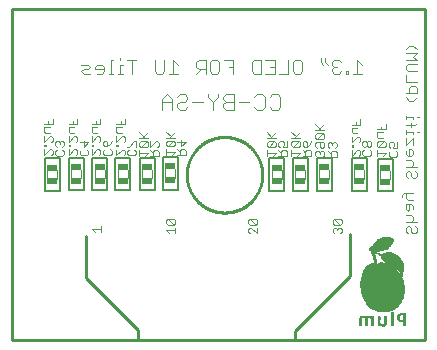
<source format=gbo>
G04 EAGLE Gerber RS-274X export*
G75*
%MOMM*%
%FSLAX34Y34*%
%LPD*%
%INSilkscreen Bottom*%
%IPPOS*%
%AMOC8*
5,1,8,0,0,1.08239X$1,22.5*%
G01*
%ADD10C,0.101600*%
%ADD11C,0.254000*%
%ADD12C,0.076200*%
%ADD13C,0.127000*%
%ADD14R,0.950000X0.500100*%
%ADD15C,0.254000*%

G36*
X317515Y23577D02*
X317515Y23577D01*
X317531Y23580D01*
X317547Y23578D01*
X317708Y23618D01*
X318141Y23806D01*
X318618Y23900D01*
X319157Y23972D01*
X319184Y23981D01*
X319221Y23985D01*
X321361Y24561D01*
X321379Y24570D01*
X321406Y24575D01*
X322436Y24960D01*
X322438Y24962D01*
X322442Y24963D01*
X322949Y25160D01*
X322972Y25175D01*
X323005Y25186D01*
X323959Y25700D01*
X323975Y25714D01*
X323999Y25725D01*
X324466Y26036D01*
X324478Y26048D01*
X324497Y26059D01*
X324938Y26404D01*
X324950Y26418D01*
X324970Y26431D01*
X325374Y26806D01*
X325795Y27160D01*
X325809Y27176D01*
X325831Y27192D01*
X326225Y27595D01*
X326230Y27603D01*
X326239Y27609D01*
X327375Y28863D01*
X327383Y28876D01*
X327397Y28889D01*
X328445Y30217D01*
X328450Y30228D01*
X328461Y30238D01*
X329439Y31619D01*
X329444Y31631D01*
X329455Y31643D01*
X330050Y32597D01*
X330054Y32608D01*
X330064Y32620D01*
X330609Y33605D01*
X330612Y33615D01*
X330619Y33625D01*
X331117Y34632D01*
X331119Y34640D01*
X331125Y34649D01*
X331355Y35161D01*
X331358Y35177D01*
X331369Y35196D01*
X331560Y35726D01*
X331561Y35731D01*
X331564Y35736D01*
X331743Y36270D01*
X331745Y36281D01*
X331751Y36293D01*
X332056Y37367D01*
X332058Y37402D01*
X332071Y37448D01*
X332131Y37980D01*
X332246Y38495D01*
X332246Y38506D01*
X332250Y38517D01*
X332444Y39628D01*
X332443Y39645D01*
X332449Y39665D01*
X332558Y40788D01*
X332558Y40796D01*
X332560Y40805D01*
X332595Y41368D01*
X332594Y41378D01*
X332596Y41390D01*
X332618Y42518D01*
X332616Y42525D01*
X332618Y42533D01*
X332604Y43662D01*
X332603Y43665D01*
X332604Y43669D01*
X332580Y44556D01*
X332574Y44797D01*
X332572Y44805D01*
X332573Y44815D01*
X332538Y45378D01*
X332532Y45400D01*
X332532Y45430D01*
X332442Y45959D01*
X332408Y46495D01*
X332399Y46527D01*
X332397Y46572D01*
X332281Y47088D01*
X332229Y47617D01*
X332220Y47647D01*
X332216Y47688D01*
X331957Y48741D01*
X331874Y49272D01*
X331864Y49299D01*
X331859Y49336D01*
X331546Y50405D01*
X331542Y50413D01*
X331541Y50423D01*
X331011Y52004D01*
X331003Y52017D01*
X330999Y52036D01*
X330476Y53300D01*
X330614Y53447D01*
X330638Y53485D01*
X330685Y53543D01*
X330960Y54027D01*
X330973Y54067D01*
X331003Y54128D01*
X331166Y54662D01*
X331169Y54699D01*
X331188Y54810D01*
X331185Y55373D01*
X331180Y55397D01*
X331181Y55429D01*
X331125Y55910D01*
X331212Y56356D01*
X331371Y56869D01*
X331375Y56912D01*
X331392Y56981D01*
X331418Y57361D01*
X331636Y57592D01*
X331655Y57622D01*
X331682Y57647D01*
X331718Y57722D01*
X331741Y57760D01*
X331744Y57778D01*
X331753Y57797D01*
X331904Y58327D01*
X331906Y58356D01*
X331918Y58394D01*
X331982Y58851D01*
X332016Y58867D01*
X332017Y58868D01*
X332083Y58941D01*
X332149Y59014D01*
X332149Y59015D01*
X332150Y59016D01*
X332152Y59022D01*
X332209Y59170D01*
X332317Y59707D01*
X332317Y59714D01*
X332320Y59720D01*
X332321Y59887D01*
X332229Y60443D01*
X332223Y60460D01*
X332222Y60481D01*
X332108Y60945D01*
X332144Y61317D01*
X332347Y61709D01*
X332368Y61785D01*
X332396Y61858D01*
X332395Y61882D01*
X332401Y61900D01*
X332395Y61945D01*
X332394Y62025D01*
X332297Y62579D01*
X332288Y62600D01*
X332285Y62628D01*
X332002Y63622D01*
X332048Y64056D01*
X332044Y64090D01*
X332050Y64124D01*
X332033Y64210D01*
X332029Y64254D01*
X332021Y64268D01*
X332017Y64287D01*
X331822Y64794D01*
X331802Y64827D01*
X331800Y64832D01*
X331796Y64846D01*
X331790Y64854D01*
X331780Y64879D01*
X331203Y65803D01*
X331049Y66168D01*
X331088Y66603D01*
X331085Y66630D01*
X331088Y66650D01*
X331078Y66692D01*
X331078Y66693D01*
X331072Y66783D01*
X331067Y66793D01*
X331066Y66801D01*
X331047Y66835D01*
X331000Y66934D01*
X330680Y67394D01*
X330663Y67410D01*
X330648Y67435D01*
X329946Y68248D01*
X329732Y68646D01*
X329552Y69130D01*
X329541Y69147D01*
X329537Y69166D01*
X329458Y69281D01*
X329447Y69299D01*
X329445Y69301D01*
X329443Y69304D01*
X329051Y69709D01*
X329037Y69718D01*
X329025Y69734D01*
X328605Y70111D01*
X328581Y70125D01*
X328554Y70151D01*
X328111Y70456D01*
X327709Y70791D01*
X327385Y71102D01*
X327197Y71522D01*
X327169Y71561D01*
X327150Y71605D01*
X327106Y71650D01*
X327082Y71684D01*
X327058Y71698D01*
X327033Y71724D01*
X326593Y72041D01*
X326555Y72058D01*
X326501Y72093D01*
X325984Y72320D01*
X325958Y72325D01*
X325927Y72341D01*
X325415Y72494D01*
X324920Y72703D01*
X324908Y72705D01*
X324894Y72713D01*
X324502Y72854D01*
X324259Y73160D01*
X324247Y73170D01*
X324236Y73187D01*
X323863Y73593D01*
X323843Y73608D01*
X323828Y73628D01*
X323733Y73687D01*
X323702Y73710D01*
X323695Y73711D01*
X323687Y73716D01*
X323177Y73928D01*
X323140Y73935D01*
X323089Y73955D01*
X322536Y74072D01*
X322519Y74072D01*
X322499Y74078D01*
X321379Y74226D01*
X321362Y74225D01*
X321340Y74230D01*
X320212Y74289D01*
X320203Y74287D01*
X320192Y74289D01*
X319062Y74303D01*
X319054Y74302D01*
X319044Y74303D01*
X318479Y74289D01*
X318466Y74286D01*
X318449Y74288D01*
X317992Y74249D01*
X317573Y74394D01*
X317530Y74400D01*
X317490Y74415D01*
X317419Y74415D01*
X317376Y74421D01*
X317354Y74415D01*
X317323Y74414D01*
X316770Y74318D01*
X316732Y74303D01*
X316672Y74290D01*
X316174Y74092D01*
X315664Y73945D01*
X315646Y73935D01*
X315620Y73929D01*
X315101Y73725D01*
X315087Y73716D01*
X315067Y73710D01*
X314572Y73471D01*
X313658Y73084D01*
X313553Y73039D01*
X313544Y73033D01*
X313532Y73030D01*
X313203Y72872D01*
X312333Y73116D01*
X311852Y73273D01*
X311358Y73471D01*
X311344Y73474D01*
X311329Y73482D01*
X310938Y73612D01*
X310864Y73621D01*
X310851Y73624D01*
X310775Y73680D01*
X310398Y73870D01*
X310355Y73881D01*
X310286Y73910D01*
X309800Y74023D01*
X308867Y74454D01*
X308848Y74459D01*
X308826Y74471D01*
X307842Y74824D01*
X307386Y75061D01*
X307359Y75068D01*
X307326Y75087D01*
X306822Y75269D01*
X306785Y75275D01*
X306675Y75299D01*
X306644Y75300D01*
X306432Y75500D01*
X306861Y75290D01*
X306890Y75282D01*
X306925Y75264D01*
X307460Y75088D01*
X307471Y75086D01*
X307484Y75081D01*
X308028Y74931D01*
X308044Y74930D01*
X308064Y74923D01*
X308617Y74813D01*
X308641Y74814D01*
X308671Y74806D01*
X309234Y74758D01*
X309255Y74760D01*
X309282Y74756D01*
X309845Y74763D01*
X309876Y74770D01*
X309908Y74768D01*
X309997Y74796D01*
X310040Y74805D01*
X310051Y74813D01*
X310067Y74818D01*
X310474Y75027D01*
X312062Y75143D01*
X312123Y75160D01*
X312186Y75168D01*
X312223Y75188D01*
X312253Y75197D01*
X312283Y75221D01*
X312332Y75247D01*
X312605Y75460D01*
X313014Y75539D01*
X314673Y75667D01*
X314691Y75672D01*
X314709Y75671D01*
X314852Y75718D01*
X314865Y75722D01*
X314866Y75722D01*
X314867Y75723D01*
X315310Y75956D01*
X315774Y76096D01*
X316299Y76186D01*
X316341Y76202D01*
X316385Y76209D01*
X316444Y76242D01*
X316484Y76258D01*
X316502Y76275D01*
X316530Y76291D01*
X316865Y76563D01*
X317291Y76643D01*
X317296Y76645D01*
X317302Y76645D01*
X317457Y76705D01*
X318402Y77272D01*
X318434Y77302D01*
X318508Y77358D01*
X318855Y77726D01*
X319264Y78035D01*
X319267Y78039D01*
X319271Y78041D01*
X319383Y78164D01*
X319613Y78521D01*
X319991Y78774D01*
X320006Y78789D01*
X320029Y78802D01*
X320454Y79149D01*
X320479Y79179D01*
X320553Y79259D01*
X320818Y79655D01*
X321150Y79958D01*
X321156Y79967D01*
X321162Y79971D01*
X321173Y79987D01*
X321194Y80004D01*
X321241Y80083D01*
X321267Y80119D01*
X321271Y80132D01*
X321279Y80147D01*
X321414Y80495D01*
X321749Y80750D01*
X321766Y80769D01*
X321788Y80782D01*
X321855Y80870D01*
X321880Y80899D01*
X321883Y80907D01*
X321889Y80914D01*
X322136Y81383D01*
X322437Y81816D01*
X322474Y81902D01*
X322513Y81986D01*
X322513Y81994D01*
X322515Y81999D01*
X322516Y82033D01*
X322523Y82152D01*
X322489Y82485D01*
X322711Y82777D01*
X322717Y82789D01*
X322726Y82799D01*
X322795Y82950D01*
X322921Y83421D01*
X323151Y83823D01*
X323453Y84274D01*
X323469Y84314D01*
X323505Y84375D01*
X323700Y84890D01*
X323710Y84956D01*
X323730Y85021D01*
X323726Y85054D01*
X323731Y85086D01*
X323715Y85152D01*
X323708Y85219D01*
X323691Y85252D01*
X323684Y85279D01*
X323660Y85312D01*
X323631Y85367D01*
X323319Y85782D01*
X323256Y85837D01*
X323197Y85897D01*
X323181Y85904D01*
X323170Y85913D01*
X323128Y85928D01*
X323045Y85965D01*
X322592Y86082D01*
X322234Y86316D01*
X322224Y86320D01*
X322216Y86327D01*
X322061Y86388D01*
X321563Y86490D01*
X321518Y86490D01*
X321440Y86500D01*
X321175Y86488D01*
X321049Y86692D01*
X321045Y86697D01*
X321042Y86704D01*
X320978Y86769D01*
X320914Y86837D01*
X320907Y86840D01*
X320902Y86845D01*
X320817Y86880D01*
X320732Y86918D01*
X320725Y86918D01*
X320718Y86921D01*
X320552Y86924D01*
X320104Y86859D01*
X319733Y86952D01*
X319344Y87135D01*
X319310Y87143D01*
X319280Y87159D01*
X319194Y87171D01*
X319151Y87182D01*
X319135Y87179D01*
X319115Y87182D01*
X318746Y87170D01*
X318505Y87372D01*
X318428Y87414D01*
X318353Y87459D01*
X318340Y87462D01*
X318330Y87467D01*
X318288Y87471D01*
X318189Y87489D01*
X317625Y87494D01*
X317613Y87492D01*
X317598Y87494D01*
X317034Y87469D01*
X317012Y87464D01*
X316982Y87464D01*
X316509Y87393D01*
X316046Y87481D01*
X316024Y87480D01*
X315996Y87487D01*
X315447Y87533D01*
X315403Y87528D01*
X315318Y87527D01*
X314764Y87428D01*
X314725Y87412D01*
X314663Y87398D01*
X314177Y87199D01*
X313725Y87069D01*
X313247Y87024D01*
X313215Y87015D01*
X313169Y87011D01*
X312638Y86874D01*
X312598Y86855D01*
X312513Y86824D01*
X312099Y86585D01*
X311633Y86468D01*
X311583Y86444D01*
X311530Y86430D01*
X311488Y86398D01*
X311454Y86382D01*
X311432Y86358D01*
X311396Y86331D01*
X311090Y86016D01*
X310691Y85884D01*
X310654Y85862D01*
X310590Y85837D01*
X310154Y85575D01*
X309680Y85411D01*
X309626Y85378D01*
X309567Y85354D01*
X309536Y85325D01*
X309509Y85309D01*
X309486Y85278D01*
X309446Y85240D01*
X309109Y84794D01*
X309105Y84786D01*
X309098Y84779D01*
X308477Y83891D01*
X308185Y83578D01*
X307768Y83383D01*
X307751Y83371D01*
X307731Y83364D01*
X307630Y83281D01*
X307608Y83265D01*
X307606Y83262D01*
X307603Y83259D01*
X307234Y82835D01*
X307224Y82817D01*
X307205Y82799D01*
X306598Y81955D01*
X306227Y81704D01*
X306201Y81678D01*
X306170Y81659D01*
X306119Y81594D01*
X306088Y81562D01*
X306081Y81545D01*
X306068Y81528D01*
X305800Y81033D01*
X305792Y81008D01*
X305785Y80997D01*
X305785Y80995D01*
X305774Y80978D01*
X305360Y79928D01*
X305356Y79901D01*
X305342Y79869D01*
X305139Y79083D01*
X304786Y79256D01*
X304743Y79267D01*
X304667Y79297D01*
X304130Y79407D01*
X304095Y79407D01*
X304061Y79416D01*
X303996Y79407D01*
X303931Y79407D01*
X303898Y79393D01*
X303864Y79388D01*
X303789Y79347D01*
X303748Y79330D01*
X303736Y79318D01*
X303718Y79308D01*
X303286Y78963D01*
X303277Y78953D01*
X303266Y78946D01*
X303162Y78817D01*
X302886Y78325D01*
X302876Y78295D01*
X302855Y78258D01*
X302655Y77730D01*
X302650Y77701D01*
X302635Y77664D01*
X302510Y77113D01*
X302510Y77079D01*
X302499Y77033D01*
X302465Y76470D01*
X302471Y76427D01*
X302476Y76332D01*
X302598Y75784D01*
X302610Y75758D01*
X302613Y75731D01*
X302650Y75668D01*
X302679Y75603D01*
X302700Y75583D01*
X302714Y75559D01*
X302795Y75495D01*
X302825Y75467D01*
X302834Y75464D01*
X302844Y75456D01*
X303299Y75205D01*
X303341Y75192D01*
X303427Y75156D01*
X303773Y75075D01*
X303906Y74875D01*
X303906Y74850D01*
X303899Y74810D01*
X303906Y74782D01*
X303906Y74743D01*
X303956Y74446D01*
X303970Y74408D01*
X303982Y74350D01*
X304183Y73824D01*
X304204Y73792D01*
X304223Y73743D01*
X304517Y73261D01*
X304526Y73251D01*
X304533Y73236D01*
X304827Y72812D01*
X305023Y72372D01*
X305316Y71320D01*
X305319Y71316D01*
X305319Y71310D01*
X305642Y70243D01*
X305899Y69159D01*
X305904Y69148D01*
X305906Y69134D01*
X306058Y68614D01*
X306164Y68082D01*
X306168Y68071D01*
X306169Y68058D01*
X306440Y66975D01*
X306790Y65235D01*
X306545Y65278D01*
X306517Y65277D01*
X306479Y65285D01*
X305915Y65308D01*
X305899Y65305D01*
X305879Y65308D01*
X305315Y65291D01*
X305295Y65286D01*
X305270Y65287D01*
X304710Y65219D01*
X304696Y65214D01*
X304678Y65214D01*
X304124Y65110D01*
X304101Y65101D01*
X304070Y65097D01*
X303007Y64773D01*
X302997Y64767D01*
X302983Y64765D01*
X302460Y64576D01*
X302432Y64559D01*
X302389Y64544D01*
X301403Y64003D01*
X301387Y63990D01*
X301363Y63979D01*
X300900Y63666D01*
X300882Y63648D01*
X300854Y63631D01*
X300426Y63262D01*
X300419Y63252D01*
X300407Y63244D01*
X299999Y62853D01*
X299994Y62844D01*
X299984Y62837D01*
X299594Y62428D01*
X299587Y62416D01*
X299574Y62406D01*
X299210Y61974D01*
X299201Y61959D01*
X299185Y61943D01*
X298858Y61484D01*
X298851Y61469D01*
X298837Y61453D01*
X298251Y60487D01*
X298245Y60472D01*
X298233Y60455D01*
X297720Y59449D01*
X297705Y59393D01*
X297677Y59352D01*
X297572Y59123D01*
X297567Y59100D01*
X297552Y59072D01*
X297384Y58565D01*
X297164Y58076D01*
X297161Y58060D01*
X297151Y58042D01*
X296959Y57516D01*
X296957Y57508D01*
X296952Y57498D01*
X296444Y55913D01*
X296443Y55905D01*
X296439Y55896D01*
X296137Y54829D01*
X296136Y54823D01*
X296133Y54816D01*
X295996Y54278D01*
X295996Y54266D01*
X295990Y54253D01*
X295885Y53723D01*
X295586Y52664D01*
X295585Y52647D01*
X295577Y52627D01*
X295246Y50983D01*
X295246Y50968D01*
X295240Y50950D01*
X295093Y49839D01*
X295094Y49823D01*
X295089Y49804D01*
X295056Y49274D01*
X294955Y48761D01*
X294956Y48729D01*
X294946Y48686D01*
X294922Y48123D01*
X294923Y48116D01*
X294922Y48107D01*
X294909Y46979D01*
X294910Y46970D01*
X294909Y46960D01*
X294952Y45329D01*
X294957Y45307D01*
X294956Y45279D01*
X295239Y43075D01*
X295246Y43054D01*
X295248Y43026D01*
X295367Y42511D01*
X295424Y41981D01*
X295434Y41949D01*
X295439Y41901D01*
X295728Y40860D01*
X295795Y40349D01*
X295807Y40315D01*
X295814Y40266D01*
X296307Y38687D01*
X296314Y38674D01*
X296318Y38656D01*
X296718Y37621D01*
X296721Y37616D01*
X296723Y37609D01*
X297157Y36574D01*
X297165Y36561D01*
X297171Y36543D01*
X297408Y36070D01*
X297615Y35574D01*
X297621Y35565D01*
X297625Y35552D01*
X297867Y35043D01*
X297869Y35040D01*
X297871Y35035D01*
X298372Y34026D01*
X298375Y34022D01*
X298376Y34017D01*
X299421Y32017D01*
X299426Y32010D01*
X299430Y32000D01*
X299981Y31037D01*
X299988Y31029D01*
X299993Y31016D01*
X300598Y30068D01*
X300612Y30053D01*
X300625Y30029D01*
X301318Y29139D01*
X301330Y29129D01*
X301341Y29112D01*
X301710Y28703D01*
X302049Y28287D01*
X302079Y28262D01*
X302116Y28219D01*
X302538Y27867D01*
X303352Y27108D01*
X303383Y27088D01*
X303422Y27053D01*
X304368Y26443D01*
X304376Y26440D01*
X304384Y26433D01*
X304869Y26145D01*
X304891Y26138D01*
X304914Y26121D01*
X305423Y25886D01*
X305434Y25883D01*
X305445Y25876D01*
X305924Y25682D01*
X306410Y25439D01*
X306424Y25435D01*
X306439Y25426D01*
X306943Y25213D01*
X306950Y25212D01*
X306957Y25208D01*
X308529Y24597D01*
X308538Y24596D01*
X308548Y24591D01*
X309081Y24407D01*
X309095Y24405D01*
X309111Y24398D01*
X310199Y24099D01*
X310212Y24098D01*
X310228Y24092D01*
X311327Y23860D01*
X311348Y23859D01*
X311374Y23852D01*
X311932Y23789D01*
X311959Y23792D01*
X311995Y23786D01*
X312559Y23793D01*
X312564Y23795D01*
X312570Y23794D01*
X314261Y23853D01*
X314271Y23855D01*
X314284Y23854D01*
X314829Y23899D01*
X315337Y23905D01*
X315859Y23835D01*
X315877Y23836D01*
X315900Y23831D01*
X316357Y23807D01*
X316722Y23624D01*
X316757Y23615D01*
X316787Y23597D01*
X316871Y23584D01*
X316914Y23572D01*
X316931Y23574D01*
X316952Y23571D01*
X317515Y23577D01*
G37*
G36*
X295753Y11728D02*
X295753Y11728D01*
X295795Y11727D01*
X295849Y11748D01*
X295906Y11760D01*
X295941Y11784D01*
X295980Y11799D01*
X296022Y11839D01*
X296070Y11872D01*
X296093Y11908D01*
X296123Y11937D01*
X296154Y12003D01*
X296177Y12040D01*
X296181Y12062D01*
X296193Y12088D01*
X296314Y12532D01*
X296317Y12577D01*
X296332Y12660D01*
X296360Y17177D01*
X296374Y17722D01*
X296412Y18177D01*
X296561Y18482D01*
X296821Y18667D01*
X297195Y18731D01*
X297645Y18686D01*
X298119Y18551D01*
X298600Y18356D01*
X298989Y18163D01*
X299114Y18003D01*
X299114Y12525D01*
X299133Y12434D01*
X299148Y12344D01*
X299153Y12337D01*
X299154Y12330D01*
X299175Y12300D01*
X299233Y12201D01*
X299493Y11896D01*
X299519Y11876D01*
X299538Y11849D01*
X299596Y11815D01*
X299650Y11773D01*
X299681Y11764D01*
X299709Y11748D01*
X299799Y11733D01*
X299842Y11721D01*
X299856Y11723D01*
X299873Y11720D01*
X300439Y11720D01*
X300446Y11721D01*
X300453Y11720D01*
X300616Y11753D01*
X301025Y11908D01*
X301041Y11918D01*
X301058Y11922D01*
X301124Y11970D01*
X301194Y12014D01*
X301204Y12029D01*
X301218Y12039D01*
X301260Y12110D01*
X301307Y12178D01*
X301311Y12195D01*
X301320Y12210D01*
X301345Y12362D01*
X301348Y12372D01*
X301347Y12373D01*
X301348Y12374D01*
X301350Y16889D01*
X301383Y17955D01*
X301483Y18342D01*
X301683Y18594D01*
X301989Y18718D01*
X302395Y18716D01*
X302852Y18604D01*
X303322Y18417D01*
X303785Y18178D01*
X304085Y17993D01*
X304163Y17722D01*
X304169Y16099D01*
X304134Y12713D01*
X304136Y12707D01*
X304135Y12702D01*
X304141Y12677D01*
X304140Y12634D01*
X304213Y12146D01*
X304237Y12079D01*
X304253Y12009D01*
X304271Y11986D01*
X304280Y11959D01*
X304329Y11907D01*
X304371Y11849D01*
X304396Y11834D01*
X304416Y11813D01*
X304481Y11784D01*
X304542Y11748D01*
X304574Y11742D01*
X304597Y11732D01*
X304640Y11731D01*
X304706Y11720D01*
X305837Y11720D01*
X305933Y11740D01*
X306028Y11758D01*
X306030Y11759D01*
X306032Y11760D01*
X306113Y11815D01*
X306193Y11869D01*
X306194Y11871D01*
X306196Y11872D01*
X306249Y11956D01*
X306301Y12036D01*
X306302Y12038D01*
X306303Y12040D01*
X306305Y12055D01*
X306336Y12199D01*
X306358Y12742D01*
X306356Y12751D01*
X306358Y12762D01*
X306364Y20104D01*
X306347Y20185D01*
X306336Y20267D01*
X306328Y20282D01*
X306324Y20299D01*
X306277Y20367D01*
X306235Y20438D01*
X306222Y20448D01*
X306212Y20463D01*
X306142Y20507D01*
X306076Y20557D01*
X306057Y20562D01*
X306044Y20570D01*
X306000Y20577D01*
X305915Y20601D01*
X305403Y20653D01*
X305380Y20651D01*
X305352Y20656D01*
X304787Y20656D01*
X304770Y20653D01*
X304753Y20655D01*
X304673Y20633D01*
X304592Y20616D01*
X304578Y20607D01*
X304561Y20602D01*
X304496Y20551D01*
X304428Y20504D01*
X304419Y20490D01*
X304405Y20479D01*
X304322Y20339D01*
X304321Y20336D01*
X304229Y20097D01*
X303744Y20342D01*
X303731Y20346D01*
X303715Y20356D01*
X303196Y20578D01*
X303175Y20582D01*
X303150Y20595D01*
X302612Y20765D01*
X302567Y20770D01*
X302485Y20788D01*
X301541Y20834D01*
X301498Y20827D01*
X301405Y20821D01*
X300855Y20695D01*
X300817Y20677D01*
X300812Y20675D01*
X300771Y20667D01*
X300752Y20653D01*
X300722Y20643D01*
X300231Y20365D01*
X300197Y20336D01*
X300129Y20288D01*
X299786Y19954D01*
X299691Y19910D01*
X298911Y20318D01*
X298891Y20324D01*
X298868Y20338D01*
X298346Y20552D01*
X298327Y20555D01*
X298305Y20566D01*
X297765Y20734D01*
X297734Y20737D01*
X297694Y20751D01*
X297136Y20838D01*
X297099Y20836D01*
X297044Y20844D01*
X296481Y20826D01*
X296440Y20817D01*
X296376Y20812D01*
X295829Y20676D01*
X295788Y20657D01*
X295713Y20631D01*
X295216Y20364D01*
X295184Y20337D01*
X295101Y20279D01*
X294701Y19883D01*
X294677Y19847D01*
X294616Y19770D01*
X294343Y19278D01*
X294332Y19243D01*
X294290Y19136D01*
X294178Y18585D01*
X294178Y18548D01*
X294168Y18494D01*
X294137Y16799D01*
X294138Y16796D01*
X294137Y16791D01*
X294131Y12270D01*
X294148Y12187D01*
X294160Y12103D01*
X294168Y12090D01*
X294171Y12075D01*
X294218Y12005D01*
X294262Y11933D01*
X294274Y11923D01*
X294283Y11911D01*
X294354Y11865D01*
X294422Y11815D01*
X294439Y11811D01*
X294450Y11803D01*
X294494Y11796D01*
X294583Y11772D01*
X295098Y11722D01*
X295119Y11725D01*
X295146Y11720D01*
X295711Y11720D01*
X295753Y11728D01*
G37*
G36*
X332638Y11723D02*
X332638Y11723D01*
X332653Y11721D01*
X332815Y11758D01*
X333214Y11924D01*
X333223Y11930D01*
X333233Y11932D01*
X333305Y11986D01*
X333379Y12036D01*
X333385Y12044D01*
X333393Y12051D01*
X333439Y12128D01*
X333487Y12202D01*
X333489Y12213D01*
X333494Y12222D01*
X333522Y12386D01*
X333516Y18033D01*
X333516Y18036D01*
X333516Y18039D01*
X333487Y18203D01*
X333397Y18451D01*
X333424Y18489D01*
X333453Y18554D01*
X333489Y18615D01*
X333494Y18647D01*
X333505Y18671D01*
X333505Y18713D01*
X333516Y18779D01*
X333516Y22742D01*
X333514Y22756D01*
X333516Y22770D01*
X333494Y22853D01*
X333477Y22937D01*
X333469Y22949D01*
X333465Y22963D01*
X333413Y23030D01*
X333364Y23101D01*
X333352Y23109D01*
X333343Y23120D01*
X333269Y23162D01*
X333197Y23208D01*
X333183Y23210D01*
X333170Y23217D01*
X333005Y23241D01*
X330742Y23187D01*
X330733Y23185D01*
X330722Y23186D01*
X330157Y23150D01*
X330146Y23147D01*
X330132Y23148D01*
X329570Y23084D01*
X329550Y23078D01*
X329523Y23077D01*
X328969Y22960D01*
X328946Y22949D01*
X328913Y22944D01*
X328376Y22763D01*
X328355Y22750D01*
X328323Y22741D01*
X327812Y22500D01*
X327784Y22479D01*
X327741Y22459D01*
X327276Y22138D01*
X327251Y22111D01*
X327209Y22082D01*
X326807Y21684D01*
X326785Y21651D01*
X326744Y21608D01*
X326428Y21140D01*
X326413Y21104D01*
X326383Y21056D01*
X326162Y20535D01*
X326155Y20500D01*
X326135Y20455D01*
X326006Y19904D01*
X326005Y19870D01*
X325994Y19824D01*
X325955Y19260D01*
X325958Y19234D01*
X325954Y19201D01*
X325982Y18636D01*
X326000Y18567D01*
X326009Y18497D01*
X326021Y18477D01*
X326020Y18472D01*
X326022Y18449D01*
X326019Y18431D01*
X326030Y18388D01*
X326040Y18306D01*
X326200Y17766D01*
X326217Y17732D01*
X326234Y17680D01*
X326491Y17177D01*
X326511Y17152D01*
X326531Y17112D01*
X326862Y16654D01*
X326888Y16631D01*
X326915Y16592D01*
X327317Y16195D01*
X327347Y16176D01*
X327383Y16140D01*
X327847Y15818D01*
X327877Y15805D01*
X327914Y15779D01*
X328421Y15532D01*
X328449Y15525D01*
X328482Y15508D01*
X329018Y15329D01*
X329041Y15326D01*
X329069Y15315D01*
X329621Y15194D01*
X329638Y15194D01*
X329659Y15187D01*
X330219Y15110D01*
X330234Y15111D01*
X330253Y15106D01*
X331209Y15040D01*
X331213Y15036D01*
X331206Y12433D01*
X331221Y12361D01*
X331227Y12288D01*
X331240Y12264D01*
X331245Y12238D01*
X331287Y12178D01*
X331321Y12113D01*
X331344Y12093D01*
X331357Y12074D01*
X331394Y12051D01*
X331448Y12004D01*
X331800Y11792D01*
X331849Y11774D01*
X331894Y11748D01*
X331951Y11738D01*
X331988Y11725D01*
X332018Y11727D01*
X332058Y11720D01*
X332623Y11720D01*
X332638Y11723D01*
G37*
G36*
X314888Y11526D02*
X314888Y11526D01*
X314929Y11535D01*
X314992Y11538D01*
X315543Y11659D01*
X315584Y11677D01*
X315662Y11702D01*
X316164Y11957D01*
X316199Y11985D01*
X316272Y12032D01*
X316690Y12411D01*
X316715Y12444D01*
X316781Y12521D01*
X317074Y13002D01*
X317089Y13042D01*
X317131Y13134D01*
X317274Y13678D01*
X317276Y13717D01*
X317289Y13771D01*
X317329Y14335D01*
X317327Y14346D01*
X317330Y14360D01*
X317349Y15491D01*
X317349Y15494D01*
X317349Y15499D01*
X317355Y20020D01*
X317355Y20021D01*
X317355Y20157D01*
X317353Y20165D01*
X317355Y20173D01*
X317334Y20262D01*
X317315Y20352D01*
X317310Y20359D01*
X317309Y20367D01*
X317255Y20440D01*
X317203Y20516D01*
X317196Y20520D01*
X317191Y20527D01*
X317112Y20573D01*
X317035Y20623D01*
X317027Y20624D01*
X317020Y20628D01*
X316856Y20656D01*
X315725Y20656D01*
X315681Y20647D01*
X315636Y20648D01*
X315585Y20627D01*
X315530Y20616D01*
X315493Y20591D01*
X315451Y20574D01*
X315412Y20535D01*
X315366Y20504D01*
X315342Y20466D01*
X315310Y20434D01*
X315282Y20372D01*
X315259Y20336D01*
X315255Y20312D01*
X315242Y20282D01*
X315127Y19838D01*
X315124Y19794D01*
X315111Y19703D01*
X315143Y18014D01*
X315138Y16331D01*
X315087Y14663D01*
X315034Y14188D01*
X314904Y13856D01*
X314673Y13676D01*
X314308Y13615D01*
X313859Y13658D01*
X313385Y13794D01*
X312900Y13990D01*
X312420Y14219D01*
X312110Y14397D01*
X312036Y14609D01*
X312074Y19044D01*
X312073Y19049D01*
X312074Y19055D01*
X312058Y20164D01*
X312057Y20169D01*
X312058Y20173D01*
X312036Y20266D01*
X312016Y20358D01*
X312013Y20362D01*
X312012Y20367D01*
X311956Y20443D01*
X311901Y20521D01*
X311897Y20523D01*
X311894Y20527D01*
X311812Y20575D01*
X311732Y20625D01*
X311727Y20626D01*
X311723Y20628D01*
X311559Y20656D01*
X310428Y20656D01*
X310349Y20640D01*
X310268Y20630D01*
X310252Y20620D01*
X310234Y20616D01*
X310167Y20571D01*
X310096Y20530D01*
X310085Y20515D01*
X310070Y20504D01*
X310026Y20436D01*
X309977Y20371D01*
X309972Y20350D01*
X309963Y20336D01*
X309955Y20292D01*
X309932Y20210D01*
X309877Y19700D01*
X309879Y19677D01*
X309874Y19647D01*
X309874Y12299D01*
X309888Y12233D01*
X309892Y12166D01*
X309907Y12137D01*
X309914Y12104D01*
X309952Y12049D01*
X309982Y11989D01*
X310008Y11968D01*
X310026Y11941D01*
X310083Y11904D01*
X310135Y11861D01*
X310170Y11849D01*
X310194Y11834D01*
X310234Y11827D01*
X310292Y11807D01*
X310777Y11727D01*
X310812Y11728D01*
X310858Y11720D01*
X311424Y11720D01*
X311460Y11727D01*
X311496Y11725D01*
X311556Y11747D01*
X311619Y11760D01*
X311649Y11780D01*
X311683Y11793D01*
X311730Y11836D01*
X311782Y11872D01*
X311802Y11903D01*
X311829Y11928D01*
X311865Y12002D01*
X311889Y12040D01*
X311892Y12057D01*
X311902Y12077D01*
X311969Y12303D01*
X311973Y12301D01*
X312478Y12048D01*
X312494Y12043D01*
X312511Y12032D01*
X313034Y11817D01*
X313053Y11814D01*
X313075Y11802D01*
X313615Y11634D01*
X313645Y11631D01*
X313685Y11618D01*
X314242Y11529D01*
X314277Y11530D01*
X314324Y11523D01*
X314888Y11526D01*
G37*
%LPC*%
G36*
X309362Y64846D02*
X309362Y64846D01*
X309331Y64993D01*
X308979Y67203D01*
X308966Y67239D01*
X308956Y67292D01*
X308784Y67778D01*
X308681Y68296D01*
X308669Y68325D01*
X308661Y68366D01*
X308482Y68869D01*
X308226Y69889D01*
X308127Y70422D01*
X308122Y70434D01*
X308121Y70449D01*
X307990Y70992D01*
X307984Y71005D01*
X307982Y71022D01*
X307486Y72633D01*
X307479Y72645D01*
X307475Y72663D01*
X307139Y73548D01*
X308284Y73151D01*
X308572Y73051D01*
X309574Y72599D01*
X309595Y72595D01*
X309620Y72582D01*
X310026Y72444D01*
X310103Y72434D01*
X310122Y72430D01*
X310206Y72372D01*
X310589Y72191D01*
X310599Y72189D01*
X310611Y72182D01*
X311111Y71976D01*
X312030Y71517D01*
X312312Y71230D01*
X312512Y70836D01*
X312666Y70338D01*
X312677Y70319D01*
X312683Y70292D01*
X312902Y69772D01*
X312908Y69763D01*
X312911Y69752D01*
X313395Y68731D01*
X313407Y68714D01*
X313417Y68689D01*
X313994Y67720D01*
X314006Y67707D01*
X314016Y67687D01*
X314342Y67226D01*
X314349Y67219D01*
X314355Y67208D01*
X314702Y66762D01*
X314713Y66753D01*
X314722Y66739D01*
X315469Y65891D01*
X315477Y65885D01*
X315484Y65875D01*
X315876Y65468D01*
X315886Y65462D01*
X315895Y65450D01*
X315989Y65362D01*
X315009Y65599D01*
X315005Y65599D01*
X315001Y65601D01*
X314450Y65723D01*
X314436Y65724D01*
X314418Y65730D01*
X313860Y65816D01*
X313846Y65816D01*
X313829Y65820D01*
X313267Y65872D01*
X313255Y65871D01*
X313241Y65873D01*
X312676Y65896D01*
X312661Y65893D01*
X312641Y65896D01*
X312077Y65879D01*
X312038Y65869D01*
X311978Y65866D01*
X311431Y65737D01*
X311404Y65725D01*
X311366Y65717D01*
X310847Y65518D01*
X310827Y65505D01*
X310798Y65496D01*
X309822Y64996D01*
X309408Y64845D01*
X309362Y64846D01*
G37*
%LPD*%
G36*
X322342Y11733D02*
X322342Y11733D01*
X322406Y11737D01*
X322443Y11754D01*
X322473Y11760D01*
X322506Y11782D01*
X322558Y11806D01*
X322895Y12033D01*
X322937Y12076D01*
X322986Y12112D01*
X323006Y12146D01*
X323035Y12175D01*
X323057Y12231D01*
X323087Y12283D01*
X323095Y12329D01*
X323107Y12360D01*
X323107Y12396D01*
X323115Y12447D01*
X323115Y23751D01*
X323113Y23759D01*
X323115Y23767D01*
X323094Y23856D01*
X323075Y23946D01*
X323071Y23953D01*
X323069Y23961D01*
X323015Y24034D01*
X322963Y24110D01*
X322956Y24114D01*
X322951Y24121D01*
X322873Y24167D01*
X322795Y24217D01*
X322787Y24218D01*
X322780Y24222D01*
X322616Y24250D01*
X321441Y24250D01*
X321351Y24232D01*
X321260Y24216D01*
X321254Y24212D01*
X321247Y24210D01*
X321170Y24158D01*
X321093Y24108D01*
X321089Y24102D01*
X321083Y24098D01*
X321033Y24020D01*
X320981Y23943D01*
X320979Y23936D01*
X320976Y23930D01*
X320970Y23895D01*
X320943Y23781D01*
X320910Y23249D01*
X320912Y23235D01*
X320909Y23218D01*
X320909Y12480D01*
X320916Y12449D01*
X320913Y12416D01*
X320935Y12352D01*
X320949Y12285D01*
X320967Y12259D01*
X320977Y12228D01*
X321036Y12158D01*
X321062Y12121D01*
X321073Y12114D01*
X321084Y12101D01*
X321389Y11840D01*
X321470Y11795D01*
X321549Y11748D01*
X321557Y11746D01*
X321562Y11743D01*
X321597Y11740D01*
X321713Y11720D01*
X322278Y11720D01*
X322342Y11733D01*
G37*
%LPC*%
G36*
X330833Y17049D02*
X330833Y17049D01*
X330309Y17115D01*
X329813Y17219D01*
X329369Y17385D01*
X328983Y17632D01*
X328660Y17952D01*
X328390Y18380D01*
X328363Y18409D01*
X328329Y18458D01*
X328326Y18462D01*
X328331Y18521D01*
X328342Y18561D01*
X328337Y18588D01*
X328341Y18624D01*
X328298Y19147D01*
X328337Y19611D01*
X328473Y20025D01*
X328715Y20386D01*
X329051Y20689D01*
X329448Y20922D01*
X329899Y21067D01*
X330395Y21151D01*
X331207Y21201D01*
X331242Y20240D01*
X331256Y18550D01*
X331266Y18501D01*
X331266Y18492D01*
X331256Y18434D01*
X331244Y17028D01*
X331236Y17024D01*
X330833Y17049D01*
G37*
%LPD*%
%LPC*%
G36*
X328732Y56412D02*
X328732Y56412D01*
X328729Y56415D01*
X328726Y56420D01*
X328403Y56882D01*
X328398Y56887D01*
X328394Y56894D01*
X327718Y57798D01*
X327704Y57811D01*
X327690Y57832D01*
X326938Y58673D01*
X326930Y58679D01*
X326923Y58690D01*
X326133Y59494D01*
X326120Y59502D01*
X326112Y59514D01*
X326039Y59558D01*
X326017Y59572D01*
X325790Y59832D01*
X325773Y59845D01*
X325757Y59866D01*
X325347Y60255D01*
X325335Y60262D01*
X325324Y60275D01*
X325224Y60359D01*
X325256Y60345D01*
X325708Y60095D01*
X326174Y59803D01*
X326185Y59799D01*
X326197Y59789D01*
X327164Y59252D01*
X327612Y58947D01*
X327647Y58933D01*
X327691Y58904D01*
X327887Y58817D01*
X327918Y58677D01*
X328551Y57126D01*
X328728Y56620D01*
X328829Y56267D01*
X328732Y56412D01*
G37*
%LPD*%
D10*
X296459Y233369D02*
X292561Y237267D01*
X292561Y225573D01*
X296459Y225573D02*
X288663Y225573D01*
X284765Y225573D02*
X284765Y227522D01*
X282816Y227522D01*
X282816Y225573D01*
X284765Y225573D01*
X278918Y235318D02*
X276969Y237267D01*
X273071Y237267D01*
X271122Y235318D01*
X271122Y233369D01*
X273071Y231420D01*
X275020Y231420D01*
X273071Y231420D02*
X271122Y229471D01*
X271122Y227522D01*
X273071Y225573D01*
X276969Y225573D01*
X278918Y227522D01*
X265275Y235318D02*
X265275Y239216D01*
X265275Y235318D02*
X267224Y233369D01*
X261377Y235318D02*
X261377Y239216D01*
X261377Y235318D02*
X263326Y233369D01*
X243836Y237267D02*
X239938Y237267D01*
X243836Y237267D02*
X245785Y235318D01*
X245785Y227522D01*
X243836Y225573D01*
X239938Y225573D01*
X237989Y227522D01*
X237989Y235318D01*
X239938Y237267D01*
X234091Y237267D02*
X234091Y225573D01*
X226295Y225573D01*
X222397Y237267D02*
X214601Y237267D01*
X222397Y237267D02*
X222397Y225573D01*
X214601Y225573D01*
X218499Y231420D02*
X222397Y231420D01*
X210703Y237267D02*
X210703Y225573D01*
X204856Y225573D01*
X202907Y227522D01*
X202907Y235318D01*
X204856Y237267D01*
X210703Y237267D01*
X187315Y237267D02*
X187315Y225573D01*
X187315Y237267D02*
X179519Y237267D01*
X183417Y231420D02*
X187315Y231420D01*
X173672Y237267D02*
X169774Y237267D01*
X173672Y237267D02*
X175621Y235318D01*
X175621Y227522D01*
X173672Y225573D01*
X169774Y225573D01*
X167825Y227522D01*
X167825Y235318D01*
X169774Y237267D01*
X163927Y237267D02*
X163927Y225573D01*
X163927Y237267D02*
X158080Y237267D01*
X156131Y235318D01*
X156131Y231420D01*
X158080Y229471D01*
X163927Y229471D01*
X160029Y229471D02*
X156131Y225573D01*
X140539Y233369D02*
X136641Y237267D01*
X136641Y225573D01*
X140539Y225573D02*
X132743Y225573D01*
X128845Y227522D02*
X128845Y237267D01*
X128845Y227522D02*
X126896Y225573D01*
X122998Y225573D01*
X121049Y227522D01*
X121049Y237267D01*
X101559Y237267D02*
X101559Y225573D01*
X105457Y237267D02*
X97661Y237267D01*
X93763Y233369D02*
X91814Y233369D01*
X91814Y225573D01*
X93763Y225573D02*
X89865Y225573D01*
X91814Y237267D02*
X91814Y239216D01*
X85967Y237267D02*
X84018Y237267D01*
X84018Y225573D01*
X85967Y225573D02*
X82069Y225573D01*
X76222Y225573D02*
X72324Y225573D01*
X76222Y225573D02*
X78171Y227522D01*
X78171Y231420D01*
X76222Y233369D01*
X72324Y233369D01*
X70375Y231420D01*
X70375Y229471D01*
X78171Y229471D01*
X66477Y225573D02*
X60630Y225573D01*
X58681Y227522D01*
X60630Y229471D01*
X64528Y229471D01*
X66477Y231420D01*
X64528Y233369D01*
X58681Y233369D01*
D11*
X148000Y140000D02*
X148010Y140785D01*
X148039Y141570D01*
X148087Y142354D01*
X148154Y143137D01*
X148241Y143917D01*
X148346Y144695D01*
X148471Y145471D01*
X148615Y146243D01*
X148778Y147011D01*
X148959Y147775D01*
X149159Y148535D01*
X149378Y149289D01*
X149615Y150038D01*
X149871Y150780D01*
X150144Y151517D01*
X150436Y152246D01*
X150745Y152968D01*
X151072Y153682D01*
X151417Y154388D01*
X151779Y155085D01*
X152157Y155773D01*
X152553Y156451D01*
X152965Y157120D01*
X153393Y157778D01*
X153837Y158426D01*
X154297Y159062D01*
X154773Y159687D01*
X155264Y160301D01*
X155769Y160902D01*
X156290Y161490D01*
X156824Y162065D01*
X157373Y162627D01*
X157935Y163176D01*
X158510Y163710D01*
X159098Y164231D01*
X159699Y164736D01*
X160313Y165227D01*
X160938Y165703D01*
X161574Y166163D01*
X162222Y166607D01*
X162880Y167035D01*
X163549Y167447D01*
X164227Y167843D01*
X164915Y168221D01*
X165612Y168583D01*
X166318Y168928D01*
X167032Y169255D01*
X167754Y169564D01*
X168483Y169856D01*
X169220Y170129D01*
X169962Y170385D01*
X170711Y170622D01*
X171465Y170841D01*
X172225Y171041D01*
X172989Y171222D01*
X173757Y171385D01*
X174529Y171529D01*
X175305Y171654D01*
X176083Y171759D01*
X176863Y171846D01*
X177646Y171913D01*
X178430Y171961D01*
X179215Y171990D01*
X180000Y172000D01*
X180785Y171990D01*
X181570Y171961D01*
X182354Y171913D01*
X183137Y171846D01*
X183917Y171759D01*
X184695Y171654D01*
X185471Y171529D01*
X186243Y171385D01*
X187011Y171222D01*
X187775Y171041D01*
X188535Y170841D01*
X189289Y170622D01*
X190038Y170385D01*
X190780Y170129D01*
X191517Y169856D01*
X192246Y169564D01*
X192968Y169255D01*
X193682Y168928D01*
X194388Y168583D01*
X195085Y168221D01*
X195773Y167843D01*
X196451Y167447D01*
X197120Y167035D01*
X197778Y166607D01*
X198426Y166163D01*
X199062Y165703D01*
X199687Y165227D01*
X200301Y164736D01*
X200902Y164231D01*
X201490Y163710D01*
X202065Y163176D01*
X202627Y162627D01*
X203176Y162065D01*
X203710Y161490D01*
X204231Y160902D01*
X204736Y160301D01*
X205227Y159687D01*
X205703Y159062D01*
X206163Y158426D01*
X206607Y157778D01*
X207035Y157120D01*
X207447Y156451D01*
X207843Y155773D01*
X208221Y155085D01*
X208583Y154388D01*
X208928Y153682D01*
X209255Y152968D01*
X209564Y152246D01*
X209856Y151517D01*
X210129Y150780D01*
X210385Y150038D01*
X210622Y149289D01*
X210841Y148535D01*
X211041Y147775D01*
X211222Y147011D01*
X211385Y146243D01*
X211529Y145471D01*
X211654Y144695D01*
X211759Y143917D01*
X211846Y143137D01*
X211913Y142354D01*
X211961Y141570D01*
X211990Y140785D01*
X212000Y140000D01*
X211990Y139215D01*
X211961Y138430D01*
X211913Y137646D01*
X211846Y136863D01*
X211759Y136083D01*
X211654Y135305D01*
X211529Y134529D01*
X211385Y133757D01*
X211222Y132989D01*
X211041Y132225D01*
X210841Y131465D01*
X210622Y130711D01*
X210385Y129962D01*
X210129Y129220D01*
X209856Y128483D01*
X209564Y127754D01*
X209255Y127032D01*
X208928Y126318D01*
X208583Y125612D01*
X208221Y124915D01*
X207843Y124227D01*
X207447Y123549D01*
X207035Y122880D01*
X206607Y122222D01*
X206163Y121574D01*
X205703Y120938D01*
X205227Y120313D01*
X204736Y119699D01*
X204231Y119098D01*
X203710Y118510D01*
X203176Y117935D01*
X202627Y117373D01*
X202065Y116824D01*
X201490Y116290D01*
X200902Y115769D01*
X200301Y115264D01*
X199687Y114773D01*
X199062Y114297D01*
X198426Y113837D01*
X197778Y113393D01*
X197120Y112965D01*
X196451Y112553D01*
X195773Y112157D01*
X195085Y111779D01*
X194388Y111417D01*
X193682Y111072D01*
X192968Y110745D01*
X192246Y110436D01*
X191517Y110144D01*
X190780Y109871D01*
X190038Y109615D01*
X189289Y109378D01*
X188535Y109159D01*
X187775Y108959D01*
X187011Y108778D01*
X186243Y108615D01*
X185471Y108471D01*
X184695Y108346D01*
X183917Y108241D01*
X183137Y108154D01*
X182354Y108087D01*
X181570Y108039D01*
X180785Y108010D01*
X180000Y108000D01*
X179215Y108010D01*
X178430Y108039D01*
X177646Y108087D01*
X176863Y108154D01*
X176083Y108241D01*
X175305Y108346D01*
X174529Y108471D01*
X173757Y108615D01*
X172989Y108778D01*
X172225Y108959D01*
X171465Y109159D01*
X170711Y109378D01*
X169962Y109615D01*
X169220Y109871D01*
X168483Y110144D01*
X167754Y110436D01*
X167032Y110745D01*
X166318Y111072D01*
X165612Y111417D01*
X164915Y111779D01*
X164227Y112157D01*
X163549Y112553D01*
X162880Y112965D01*
X162222Y113393D01*
X161574Y113837D01*
X160938Y114297D01*
X160313Y114773D01*
X159699Y115264D01*
X159098Y115769D01*
X158510Y116290D01*
X157935Y116824D01*
X157373Y117373D01*
X156824Y117935D01*
X156290Y118510D01*
X155769Y119098D01*
X155264Y119699D01*
X154773Y120313D01*
X154297Y120938D01*
X153837Y121574D01*
X153393Y122222D01*
X152965Y122880D01*
X152553Y123549D01*
X152157Y124227D01*
X151779Y124915D01*
X151417Y125612D01*
X151072Y126318D01*
X150745Y127032D01*
X150436Y127754D01*
X150144Y128483D01*
X149871Y129220D01*
X149615Y129962D01*
X149378Y130711D01*
X149159Y131465D01*
X148959Y132225D01*
X148778Y132989D01*
X148615Y133757D01*
X148471Y134529D01*
X148346Y135305D01*
X148241Y136083D01*
X148154Y136863D01*
X148087Y137646D01*
X148039Y138430D01*
X148010Y139215D01*
X148000Y140000D01*
D10*
X218338Y206288D02*
X220541Y208491D01*
X224947Y208491D01*
X227151Y206288D01*
X227151Y197475D01*
X224947Y195272D01*
X220541Y195272D01*
X218338Y197475D01*
X207444Y208491D02*
X205240Y206288D01*
X207444Y208491D02*
X211850Y208491D01*
X214053Y206288D01*
X214053Y197475D01*
X211850Y195272D01*
X207444Y195272D01*
X205240Y197475D01*
X200956Y201881D02*
X192143Y201881D01*
X187859Y195272D02*
X187859Y208491D01*
X181249Y208491D01*
X179046Y206288D01*
X179046Y204085D01*
X181249Y201881D01*
X179046Y199678D01*
X179046Y197475D01*
X181249Y195272D01*
X187859Y195272D01*
X187859Y201881D02*
X181249Y201881D01*
X174762Y206288D02*
X174762Y208491D01*
X174762Y206288D02*
X170355Y201881D01*
X165949Y206288D01*
X165949Y208491D01*
X170355Y201881D02*
X170355Y195272D01*
X161664Y201881D02*
X152851Y201881D01*
X141957Y208491D02*
X139754Y206288D01*
X141957Y208491D02*
X146364Y208491D01*
X148567Y206288D01*
X148567Y204085D01*
X146364Y201881D01*
X141957Y201881D01*
X139754Y199678D01*
X139754Y197475D01*
X141957Y195272D01*
X146364Y195272D01*
X148567Y197475D01*
X135470Y195272D02*
X135470Y204085D01*
X131063Y208491D01*
X126657Y204085D01*
X126657Y195272D01*
X126657Y201881D02*
X135470Y201881D01*
D11*
X286100Y89900D02*
X286100Y56900D01*
X63000Y60000D02*
X63000Y88000D01*
X240000Y8000D02*
X286000Y54000D01*
X240000Y8000D02*
X240000Y1000D01*
X286000Y54000D02*
X286000Y58000D01*
X63000Y59000D02*
X63000Y53000D01*
X107000Y9000D01*
X107000Y0D01*
D12*
X341219Y96652D02*
X342787Y95084D01*
X342787Y91949D01*
X341219Y90381D01*
X339652Y90381D01*
X338084Y91949D01*
X338084Y95084D01*
X336516Y96652D01*
X334949Y96652D01*
X333381Y95084D01*
X333381Y91949D01*
X334949Y90381D01*
X333381Y99736D02*
X342787Y99736D01*
X339652Y101304D02*
X338084Y99736D01*
X339652Y101304D02*
X339652Y104439D01*
X338084Y106007D01*
X333381Y106007D01*
X339652Y110659D02*
X339652Y113794D01*
X338084Y115362D01*
X333381Y115362D01*
X333381Y110659D01*
X334949Y109091D01*
X336516Y110659D01*
X336516Y115362D01*
X334949Y118447D02*
X339652Y118447D01*
X334949Y118447D02*
X333381Y120014D01*
X333381Y124717D01*
X331813Y124717D02*
X339652Y124717D01*
X331813Y124717D02*
X330246Y123150D01*
X330246Y121582D01*
X342787Y141860D02*
X341219Y143428D01*
X342787Y141860D02*
X342787Y138725D01*
X341219Y137157D01*
X339652Y137157D01*
X338084Y138725D01*
X338084Y141860D01*
X336516Y143428D01*
X334949Y143428D01*
X333381Y141860D01*
X333381Y138725D01*
X334949Y137157D01*
X333381Y146512D02*
X342787Y146512D01*
X339652Y148080D02*
X338084Y146512D01*
X339652Y148080D02*
X339652Y151215D01*
X338084Y152783D01*
X333381Y152783D01*
X333381Y157435D02*
X333381Y160570D01*
X333381Y157435D02*
X334949Y155867D01*
X338084Y155867D01*
X339652Y157435D01*
X339652Y160570D01*
X338084Y162138D01*
X336516Y162138D01*
X336516Y155867D01*
X339652Y165223D02*
X339652Y171493D01*
X333381Y165223D01*
X333381Y171493D01*
X339652Y174578D02*
X339652Y176145D01*
X333381Y176145D01*
X333381Y174578D02*
X333381Y177713D01*
X342787Y176145D02*
X344355Y176145D01*
X341219Y182382D02*
X333381Y182382D01*
X341219Y182382D02*
X342787Y183950D01*
X338084Y183950D02*
X338084Y180814D01*
X339652Y187051D02*
X339652Y188619D01*
X333381Y188619D01*
X333381Y187051D02*
X333381Y190187D01*
X342787Y188619D02*
X344355Y188619D01*
X336516Y202643D02*
X333381Y205779D01*
X336516Y202643D02*
X339652Y202643D01*
X342787Y205779D01*
X342787Y208880D02*
X333381Y208880D01*
X342787Y208880D02*
X342787Y213583D01*
X341219Y215151D01*
X338084Y215151D01*
X336516Y213583D01*
X336516Y208880D01*
X333381Y218235D02*
X342787Y218235D01*
X333381Y218235D02*
X333381Y224506D01*
X334949Y227590D02*
X342787Y227590D01*
X334949Y227590D02*
X333381Y229158D01*
X333381Y232293D01*
X334949Y233861D01*
X342787Y233861D01*
X342787Y236946D02*
X333381Y236946D01*
X339652Y240081D02*
X342787Y236946D01*
X339652Y240081D02*
X342787Y243216D01*
X333381Y243216D01*
X333381Y246301D02*
X336516Y249436D01*
X339652Y249436D01*
X342787Y246301D01*
X70213Y91428D02*
X67756Y93886D01*
X75128Y93886D01*
X75128Y96343D02*
X75128Y91428D01*
X130756Y92886D02*
X133213Y90428D01*
X130756Y92886D02*
X138128Y92886D01*
X138128Y95343D02*
X138128Y90428D01*
X136899Y97913D02*
X131984Y97913D01*
X130756Y99141D01*
X130756Y101599D01*
X131984Y102827D01*
X136899Y102827D01*
X138128Y101599D01*
X138128Y99141D01*
X136899Y97913D01*
X131984Y102827D01*
X207628Y95343D02*
X207628Y90428D01*
X202713Y95343D01*
X201484Y95343D01*
X200256Y94115D01*
X200256Y91657D01*
X201484Y90428D01*
X201484Y97913D02*
X206399Y97913D01*
X201484Y97913D02*
X200256Y99141D01*
X200256Y101599D01*
X201484Y102827D01*
X206399Y102827D01*
X207628Y101599D01*
X207628Y99141D01*
X206399Y97913D01*
X201484Y102827D01*
X271756Y91657D02*
X272984Y90428D01*
X271756Y91657D02*
X271756Y94115D01*
X272984Y95343D01*
X274213Y95343D01*
X275442Y94115D01*
X275442Y92886D01*
X275442Y94115D02*
X276671Y95343D01*
X277899Y95343D01*
X279128Y94115D01*
X279128Y91657D01*
X277899Y90428D01*
X277899Y97913D02*
X272984Y97913D01*
X271756Y99141D01*
X271756Y101599D01*
X272984Y102827D01*
X277899Y102827D01*
X279128Y101599D01*
X279128Y99141D01*
X277899Y97913D01*
X272984Y102827D01*
D13*
X120753Y154289D02*
X108053Y154289D01*
X108053Y126889D01*
X120753Y126889D01*
X120753Y154289D01*
D10*
X110083Y144149D02*
X110083Y137029D01*
X118593Y137029D02*
X118593Y144149D01*
D14*
X114352Y146471D03*
X114352Y134787D03*
D12*
X116836Y155994D02*
X124209Y155994D01*
X124209Y159680D01*
X122980Y160909D01*
X120522Y160909D01*
X119294Y159680D01*
X119294Y155994D01*
X119294Y158451D02*
X116836Y160909D01*
X116836Y163478D02*
X116836Y168393D01*
X116836Y163478D02*
X121751Y168393D01*
X122980Y168393D01*
X124209Y167164D01*
X124209Y164707D01*
X122980Y163478D01*
X115376Y158459D02*
X112918Y156001D01*
X115376Y158459D02*
X108004Y158459D01*
X108004Y160916D02*
X108004Y156001D01*
X109232Y163485D02*
X114147Y163485D01*
X115376Y164714D01*
X115376Y167171D01*
X114147Y168400D01*
X109232Y168400D01*
X108004Y167171D01*
X108004Y164714D01*
X109232Y163485D01*
X114147Y168400D01*
X115376Y170970D02*
X108004Y170970D01*
X110461Y170970D02*
X115376Y175884D01*
X111690Y172198D02*
X108004Y175884D01*
D13*
X127751Y127532D02*
X140451Y127532D01*
X140451Y154932D01*
X127751Y154932D01*
X127751Y127532D01*
D10*
X138421Y137672D02*
X138421Y144792D01*
X129911Y144792D02*
X129911Y137672D01*
D14*
X134152Y135350D03*
X134152Y147034D03*
D12*
X139828Y156708D02*
X147200Y156708D01*
X147200Y160394D01*
X145971Y161623D01*
X143514Y161623D01*
X142285Y160394D01*
X142285Y156708D01*
X142285Y159165D02*
X139828Y161623D01*
X139828Y167878D02*
X147200Y167878D01*
X143514Y164192D01*
X143514Y169107D01*
X137969Y159056D02*
X135512Y156598D01*
X137969Y159056D02*
X130597Y159056D01*
X130597Y161513D02*
X130597Y156598D01*
X131825Y164082D02*
X136740Y164082D01*
X137969Y165311D01*
X137969Y167769D01*
X136740Y168997D01*
X131825Y168997D01*
X130597Y167769D01*
X130597Y165311D01*
X131825Y164082D01*
X136740Y168997D01*
X137969Y171567D02*
X130597Y171567D01*
X133054Y171567D02*
X137969Y176481D01*
X134283Y172795D02*
X130597Y176481D01*
D13*
X217648Y126554D02*
X230348Y126554D01*
X230348Y153954D01*
X217648Y153954D01*
X217648Y126554D01*
D10*
X228318Y136694D02*
X228318Y143814D01*
X219808Y143814D02*
X219808Y136694D01*
D14*
X224049Y134372D03*
X224049Y146056D03*
D12*
X225473Y156068D02*
X232846Y156068D01*
X232846Y159754D01*
X231617Y160983D01*
X229159Y160983D01*
X227931Y159754D01*
X227931Y156068D01*
X227931Y158525D02*
X225473Y160983D01*
X232846Y163552D02*
X232846Y168467D01*
X232846Y163552D02*
X229159Y163552D01*
X230388Y166009D01*
X230388Y167238D01*
X229159Y168467D01*
X226702Y168467D01*
X225473Y167238D01*
X225473Y164781D01*
X226702Y163552D01*
X223411Y158497D02*
X220954Y156039D01*
X223411Y158497D02*
X216039Y158497D01*
X216039Y160954D02*
X216039Y156039D01*
X217268Y163523D02*
X222182Y163523D01*
X223411Y164752D01*
X223411Y167209D01*
X222182Y168438D01*
X217268Y168438D01*
X216039Y167209D01*
X216039Y164752D01*
X217268Y163523D01*
X222182Y168438D01*
X223411Y171007D02*
X216039Y171007D01*
X218496Y171007D02*
X223411Y175922D01*
X219725Y172236D02*
X216039Y175922D01*
D13*
X237791Y126620D02*
X250491Y126620D01*
X250491Y154020D01*
X237791Y154020D01*
X237791Y126620D01*
D10*
X248461Y136760D02*
X248461Y143880D01*
X239951Y143880D02*
X239951Y136760D01*
D14*
X244192Y134439D03*
X244192Y146123D03*
D12*
X246033Y156192D02*
X253405Y156192D01*
X253405Y159878D01*
X252177Y161106D01*
X249719Y161106D01*
X248491Y159878D01*
X248491Y156192D01*
X248491Y158649D02*
X246033Y161106D01*
X252177Y166133D02*
X253405Y168591D01*
X252177Y166133D02*
X249719Y163676D01*
X247262Y163676D01*
X246033Y164904D01*
X246033Y167362D01*
X247262Y168591D01*
X248491Y168591D01*
X249719Y167362D01*
X249719Y163676D01*
X243912Y158763D02*
X241455Y156306D01*
X243912Y158763D02*
X236540Y158763D01*
X236540Y156306D02*
X236540Y161221D01*
X237768Y163790D02*
X242683Y163790D01*
X243912Y165019D01*
X243912Y167476D01*
X242683Y168705D01*
X237768Y168705D01*
X236540Y167476D01*
X236540Y165019D01*
X237768Y163790D01*
X242683Y168705D01*
X243912Y171274D02*
X236540Y171274D01*
X238997Y171274D02*
X243912Y176189D01*
X240226Y172503D02*
X236540Y176189D01*
D13*
X257910Y154059D02*
X270610Y154059D01*
X257910Y154059D02*
X257910Y126659D01*
X270610Y126659D01*
X270610Y154059D01*
D10*
X259940Y143919D02*
X259940Y136799D01*
X268450Y136799D02*
X268450Y143919D01*
D14*
X264209Y146240D03*
X264209Y134556D03*
D12*
X267628Y155306D02*
X275001Y155306D01*
X275001Y158992D01*
X273772Y160221D01*
X271314Y160221D01*
X270086Y158992D01*
X270086Y155306D01*
X270086Y157764D02*
X267628Y160221D01*
X273772Y162790D02*
X275001Y164019D01*
X275001Y166476D01*
X273772Y167705D01*
X272543Y167705D01*
X271314Y166476D01*
X271314Y165248D01*
X271314Y166476D02*
X270086Y167705D01*
X268857Y167705D01*
X267628Y166476D01*
X267628Y164019D01*
X268857Y162790D01*
X264262Y156564D02*
X263033Y155336D01*
X264262Y156564D02*
X264262Y159022D01*
X263033Y160250D01*
X261804Y160250D01*
X260575Y159022D01*
X260575Y157793D01*
X260575Y159022D02*
X259347Y160250D01*
X258118Y160250D01*
X256889Y159022D01*
X256889Y156564D01*
X258118Y155336D01*
X258118Y162820D02*
X256889Y164048D01*
X256889Y166506D01*
X258118Y167735D01*
X263033Y167735D01*
X264262Y166506D01*
X264262Y164048D01*
X263033Y162820D01*
X261804Y162820D01*
X260575Y164048D01*
X260575Y167735D01*
X258118Y170304D02*
X263033Y170304D01*
X264262Y171533D01*
X264262Y173990D01*
X263033Y175219D01*
X258118Y175219D01*
X256889Y173990D01*
X256889Y171533D01*
X258118Y170304D01*
X263033Y175219D01*
X264262Y177788D02*
X256889Y177788D01*
X259347Y177788D02*
X264262Y182703D01*
X260575Y179017D02*
X256889Y182703D01*
D13*
X40329Y153883D02*
X27629Y153883D01*
X27629Y126483D01*
X40329Y126483D01*
X40329Y153883D01*
D10*
X29659Y143743D02*
X29659Y136623D01*
X38169Y136623D02*
X38169Y143743D01*
D14*
X33928Y146064D03*
X33928Y134380D03*
D12*
X44028Y159994D02*
X42799Y161223D01*
X44028Y159994D02*
X44028Y157537D01*
X42799Y156308D01*
X37884Y156308D01*
X36655Y157537D01*
X36655Y159994D01*
X37884Y161223D01*
X42799Y163792D02*
X44028Y165021D01*
X44028Y167478D01*
X42799Y168707D01*
X41570Y168707D01*
X40342Y167478D01*
X40342Y166250D01*
X40342Y167478D02*
X39113Y168707D01*
X37884Y168707D01*
X36655Y167478D01*
X36655Y165021D01*
X37884Y163792D01*
X27213Y161445D02*
X27213Y156530D01*
X32128Y161445D01*
X33357Y161445D01*
X34586Y160217D01*
X34586Y157759D01*
X33357Y156530D01*
X28442Y164015D02*
X27213Y164015D01*
X28442Y164015D02*
X28442Y165243D01*
X27213Y165243D01*
X27213Y164015D01*
X27213Y167757D02*
X27213Y172671D01*
X27213Y167757D02*
X32128Y172671D01*
X33357Y172671D01*
X34586Y171443D01*
X34586Y168985D01*
X33357Y167757D01*
X32128Y175241D02*
X28442Y175241D01*
X27213Y176469D01*
X27213Y180156D01*
X32128Y180156D01*
X34586Y182725D02*
X27213Y182725D01*
X34586Y182725D02*
X34586Y187640D01*
X30899Y185182D02*
X30899Y182725D01*
D13*
X47984Y154281D02*
X60684Y154281D01*
X47984Y154281D02*
X47984Y126881D01*
X60684Y126881D01*
X60684Y154281D01*
D10*
X50014Y144141D02*
X50014Y137021D01*
X58524Y137021D02*
X58524Y144141D01*
D14*
X54283Y146463D03*
X54283Y134779D03*
D12*
X64791Y160089D02*
X63562Y161317D01*
X64791Y160089D02*
X64791Y157631D01*
X63562Y156403D01*
X58648Y156403D01*
X57419Y157631D01*
X57419Y160089D01*
X58648Y161317D01*
X57419Y167573D02*
X64791Y167573D01*
X61105Y163887D01*
X61105Y168802D01*
X47907Y161445D02*
X47907Y156530D01*
X52822Y161445D01*
X54051Y161445D01*
X55280Y160216D01*
X55280Y157758D01*
X54051Y156530D01*
X49136Y164014D02*
X47907Y164014D01*
X49136Y164014D02*
X49136Y165243D01*
X47907Y165243D01*
X47907Y164014D01*
X47907Y167756D02*
X47907Y172671D01*
X47907Y167756D02*
X52822Y172671D01*
X54051Y172671D01*
X55280Y171442D01*
X55280Y168985D01*
X54051Y167756D01*
X52822Y175240D02*
X49136Y175240D01*
X47907Y176469D01*
X47907Y180155D01*
X52822Y180155D01*
X55280Y182724D02*
X47907Y182724D01*
X55280Y182724D02*
X55280Y187639D01*
X51594Y185182D02*
X51594Y182724D01*
D13*
X309551Y153521D02*
X322251Y153521D01*
X309551Y153521D02*
X309551Y126121D01*
X322251Y126121D01*
X322251Y153521D01*
D10*
X311581Y143381D02*
X311581Y136261D01*
X320091Y136261D02*
X320091Y143381D01*
D14*
X315850Y145703D03*
X315850Y134019D03*
D12*
X326365Y159037D02*
X325136Y160266D01*
X326365Y159037D02*
X326365Y156580D01*
X325136Y155351D01*
X320222Y155351D01*
X318993Y156580D01*
X318993Y159037D01*
X320222Y160266D01*
X326365Y162835D02*
X326365Y167750D01*
X326365Y162835D02*
X322679Y162835D01*
X323908Y165293D01*
X323908Y166522D01*
X322679Y167750D01*
X320222Y167750D01*
X318993Y166522D01*
X318993Y164064D01*
X320222Y162835D01*
X316498Y158389D02*
X314040Y155932D01*
X316498Y158389D02*
X309125Y158389D01*
X309125Y155932D02*
X309125Y160847D01*
X310354Y163416D02*
X315269Y163416D01*
X316498Y164645D01*
X316498Y167102D01*
X315269Y168331D01*
X310354Y168331D01*
X309125Y167102D01*
X309125Y164645D01*
X310354Y163416D01*
X315269Y168331D01*
X314040Y170900D02*
X310354Y170900D01*
X309125Y172129D01*
X309125Y175815D01*
X314040Y175815D01*
X316498Y178384D02*
X309125Y178384D01*
X316498Y178384D02*
X316498Y183299D01*
X312811Y180842D02*
X312811Y178384D01*
D13*
X100211Y126964D02*
X87511Y126964D01*
X100211Y126964D02*
X100211Y154364D01*
X87511Y154364D01*
X87511Y126964D01*
D10*
X98181Y137104D02*
X98181Y144224D01*
X89671Y144224D02*
X89671Y137104D01*
D14*
X93912Y134782D03*
X93912Y146466D03*
D12*
X104900Y160148D02*
X103671Y161377D01*
X104900Y160148D02*
X104900Y157691D01*
X103671Y156462D01*
X98756Y156462D01*
X97527Y157691D01*
X97527Y160148D01*
X98756Y161377D01*
X104900Y163946D02*
X104900Y168861D01*
X103671Y168861D01*
X98756Y163946D01*
X97527Y163946D01*
X88343Y161390D02*
X88343Y156475D01*
X93257Y161390D01*
X94486Y161390D01*
X95715Y160161D01*
X95715Y157704D01*
X94486Y156475D01*
X89571Y163959D02*
X88343Y163959D01*
X89571Y163959D02*
X89571Y165188D01*
X88343Y165188D01*
X88343Y163959D01*
X88343Y167701D02*
X88343Y172616D01*
X93257Y172616D02*
X88343Y167701D01*
X93257Y172616D02*
X94486Y172616D01*
X95715Y171387D01*
X95715Y168930D01*
X94486Y167701D01*
X93257Y175185D02*
X89571Y175185D01*
X88343Y176414D01*
X88343Y180100D01*
X93257Y180100D01*
X95715Y182669D02*
X88343Y182669D01*
X95715Y182669D02*
X95715Y187584D01*
X92029Y185127D02*
X92029Y182669D01*
D13*
X287601Y154059D02*
X300301Y154059D01*
X287601Y154059D02*
X287601Y126659D01*
X300301Y126659D01*
X300301Y154059D01*
D10*
X289631Y143919D02*
X289631Y136799D01*
X298141Y136799D02*
X298141Y143919D01*
D14*
X293900Y146240D03*
X293900Y134556D03*
D12*
X304128Y159951D02*
X302900Y161179D01*
X304128Y159951D02*
X304128Y157493D01*
X302900Y156264D01*
X297985Y156264D01*
X296756Y157493D01*
X296756Y159951D01*
X297985Y161179D01*
X302900Y163749D02*
X304128Y164977D01*
X304128Y167435D01*
X302900Y168663D01*
X301671Y168663D01*
X300442Y167435D01*
X299214Y168663D01*
X297985Y168663D01*
X296756Y167435D01*
X296756Y164977D01*
X297985Y163749D01*
X299214Y163749D01*
X300442Y164977D01*
X301671Y163749D01*
X302900Y163749D01*
X300442Y164977D02*
X300442Y167435D01*
X287526Y161180D02*
X287526Y156266D01*
X292441Y161180D01*
X293670Y161180D01*
X294899Y159952D01*
X294899Y157494D01*
X293670Y156266D01*
X288755Y163750D02*
X287526Y163750D01*
X288755Y163750D02*
X288755Y164978D01*
X287526Y164978D01*
X287526Y163750D01*
X287526Y167492D02*
X287526Y172407D01*
X287526Y167492D02*
X292441Y172407D01*
X293670Y172407D01*
X294899Y171178D01*
X294899Y168720D01*
X293670Y167492D01*
X292441Y174976D02*
X288755Y174976D01*
X287526Y176205D01*
X287526Y179891D01*
X292441Y179891D01*
X294899Y182460D02*
X287526Y182460D01*
X294899Y182460D02*
X294899Y187375D01*
X291212Y184917D02*
X291212Y182460D01*
D13*
X80622Y126868D02*
X67922Y126868D01*
X80622Y126868D02*
X80622Y154268D01*
X67922Y154268D01*
X67922Y126868D01*
D10*
X78592Y137008D02*
X78592Y144128D01*
X70082Y144128D02*
X70082Y137008D01*
D14*
X74323Y134686D03*
X74323Y146370D03*
D12*
X84600Y160223D02*
X83371Y161452D01*
X84600Y160223D02*
X84600Y157765D01*
X83371Y156537D01*
X78456Y156537D01*
X77227Y157765D01*
X77227Y160223D01*
X78456Y161452D01*
X83371Y166478D02*
X84600Y168936D01*
X83371Y166478D02*
X80913Y164021D01*
X78456Y164021D01*
X77227Y165250D01*
X77227Y167707D01*
X78456Y168936D01*
X79685Y168936D01*
X80913Y167707D01*
X80913Y164021D01*
X67491Y161455D02*
X67491Y156540D01*
X72406Y161455D01*
X73635Y161455D01*
X74863Y160226D01*
X74863Y157769D01*
X73635Y156540D01*
X68720Y164024D02*
X67491Y164024D01*
X68720Y164024D02*
X68720Y165253D01*
X67491Y165253D01*
X67491Y164024D01*
X67491Y167766D02*
X67491Y172681D01*
X67491Y167766D02*
X72406Y172681D01*
X73635Y172681D01*
X74863Y171452D01*
X74863Y168995D01*
X73635Y167766D01*
X72406Y175250D02*
X68720Y175250D01*
X67491Y176479D01*
X67491Y180165D01*
X72406Y180165D01*
X74863Y182735D02*
X67491Y182735D01*
X74863Y182735D02*
X74863Y187649D01*
X71177Y185192D02*
X71177Y182735D01*
D15*
X0Y0D02*
X350000Y0D01*
X350000Y280000D01*
X0Y280000D01*
X0Y0D01*
M02*

</source>
